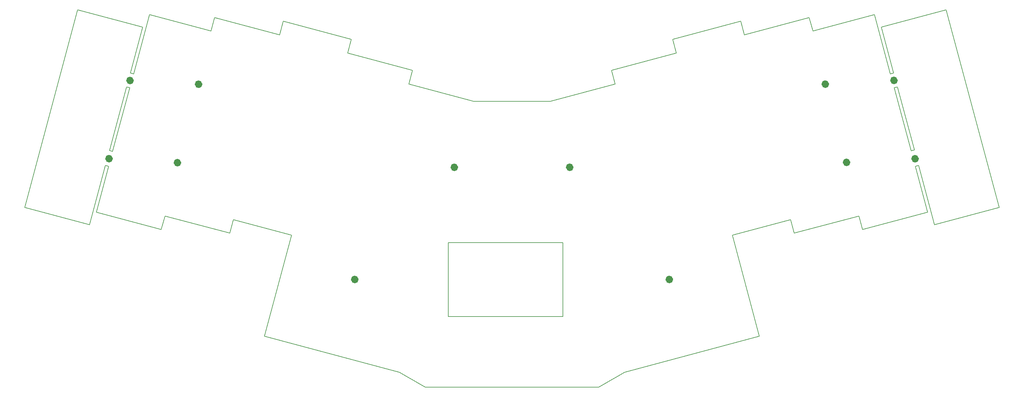
<source format=gm1>
G04 #@! TF.GenerationSoftware,KiCad,Pcbnew,(6.0.8-1)-1*
G04 #@! TF.CreationDate,2022-11-12T18:34:57-05:00*
G04 #@! TF.ProjectId,ergo3by6plus3nonSplit,6572676f-3362-4793-9670-6c7573336e6f,rev?*
G04 #@! TF.SameCoordinates,Original*
G04 #@! TF.FileFunction,Profile,NP*
%FSLAX46Y46*%
G04 Gerber Fmt 4.6, Leading zero omitted, Abs format (unit mm)*
G04 Created by KiCad (PCBNEW (6.0.8-1)-1) date 2022-11-12 18:34:57*
%MOMM*%
%LPD*%
G01*
G04 APERTURE LIST*
G04 #@! TA.AperFunction,Profile*
%ADD10C,0.200000*%
G04 #@! TD*
G04 #@! TA.AperFunction,Profile*
%ADD11C,1.075000*%
G04 #@! TD*
G04 APERTURE END LIST*
D10*
X27966122Y-114451724D02*
X9579570Y-109525040D01*
X40470000Y-71597259D02*
X39530098Y-71347816D01*
D11*
X53427500Y-96840000D02*
G75*
G03*
X53427500Y-96840000I-537500J0D01*
G01*
X59427500Y-74560000D02*
G75*
G03*
X59427500Y-74560000I-537500J0D01*
G01*
X243247500Y-96750000D02*
G75*
G03*
X243247500Y-96750000I-537500J0D01*
G01*
X237217500Y-74530000D02*
G75*
G03*
X237217500Y-74530000I-537500J0D01*
G01*
D10*
X129760000Y-119540000D02*
X162270000Y-119540000D01*
X162270000Y-119540000D02*
X162270000Y-140550000D01*
X162270000Y-140550000D02*
X129760000Y-140550000D01*
X129760000Y-140550000D02*
X129760000Y-119540000D01*
X123220000Y-160620000D02*
X141721098Y-160620000D01*
X172390000Y-160620000D02*
X179750688Y-156407248D01*
X256081562Y-71347817D02*
X255141660Y-71597260D01*
X261969851Y-93234411D02*
X261038926Y-93483853D01*
X256236861Y-75562403D01*
X257167786Y-75312960D01*
X261969851Y-93234411D01*
X262205867Y-97874399D02*
X263136793Y-97624958D01*
X255141660Y-71597260D02*
X250641892Y-54770492D01*
X263136793Y-97624958D02*
X267645538Y-114451725D01*
X265690591Y-110883599D02*
X262205867Y-97874399D01*
X256081562Y-71347817D02*
X252593816Y-58335253D01*
X44969768Y-54770491D02*
X40470000Y-71597259D01*
X43017844Y-58335253D02*
X39530098Y-71347816D01*
X39374799Y-75562402D02*
X34524135Y-93665223D01*
X33593210Y-93415780D01*
X38443874Y-75312960D01*
X39374799Y-75562402D01*
X33405792Y-97874399D02*
X29921069Y-110883599D01*
X32474867Y-97624957D02*
X33405792Y-97874399D01*
X27966122Y-114451724D02*
X32474867Y-97624957D01*
D11*
X164707500Y-98150000D02*
G75*
G03*
X164707500Y-98150000I-537500J0D01*
G01*
D10*
X102231669Y-61827411D02*
X101196393Y-65691115D01*
X118562003Y-74485321D02*
X136962890Y-79415824D01*
X48321956Y-115814102D02*
X29921069Y-110883599D01*
X158648770Y-79415824D02*
X136962890Y-79415824D01*
X176014381Y-70621617D02*
X194415267Y-65691115D01*
X247289704Y-115814102D02*
X265690591Y-110883599D01*
X227853541Y-116880901D02*
X226818265Y-113017198D01*
X77616144Y-146159577D02*
X85310727Y-117443004D01*
D11*
X256697500Y-73470000D02*
G75*
G03*
X256697500Y-73470000I-537500J0D01*
G01*
D10*
X48321956Y-115814102D02*
X49344938Y-111996280D01*
D11*
X262687500Y-95720000D02*
G75*
G03*
X262687500Y-95720000I-537500J0D01*
G01*
D10*
X82913152Y-56651030D02*
X102231669Y-61827411D01*
X24616957Y-53404750D02*
X43017844Y-58335253D01*
D11*
X39977500Y-73500000D02*
G75*
G03*
X39977500Y-73500000I-537500J0D01*
G01*
D10*
X250641892Y-54770492D02*
X233169947Y-59447934D01*
X232134671Y-55584231D02*
X233169947Y-59447934D01*
X119597279Y-70621617D02*
X118562003Y-74485321D01*
X217995516Y-146159577D02*
X179750688Y-156407248D01*
X49344938Y-111996280D02*
X67758119Y-116880901D01*
D11*
X34027500Y-95700000D02*
G75*
G03*
X34027500Y-95700000I-537500J0D01*
G01*
D10*
X176014381Y-70621617D02*
X177049657Y-74485321D01*
X286032090Y-109525040D02*
X270994703Y-53404750D01*
X212698508Y-56651030D02*
X193379991Y-61827411D01*
X67758119Y-116880901D02*
X68793395Y-113017198D01*
X232134671Y-55584231D02*
X213733784Y-60514734D01*
X119597279Y-70621617D02*
X101196393Y-65691115D01*
D11*
X192967500Y-130020000D02*
G75*
G03*
X192967500Y-130020000I-537500J0D01*
G01*
D10*
X63476989Y-55584231D02*
X81877876Y-60514734D01*
X9579570Y-109525040D02*
X24616957Y-53404750D01*
X267645538Y-114451725D02*
X286032090Y-109525040D01*
X141721098Y-160620000D02*
X172390000Y-160620000D01*
X217995516Y-146159577D02*
X210300933Y-117443004D01*
D11*
X103727500Y-130020000D02*
G75*
G03*
X103727500Y-130020000I-537500J0D01*
G01*
D10*
X247289704Y-115814102D02*
X246266722Y-111996280D01*
X82913152Y-56651030D02*
X81877876Y-60514734D01*
D11*
X131977500Y-98160000D02*
G75*
G03*
X131977500Y-98160000I-537500J0D01*
G01*
D10*
X212698508Y-56651030D02*
X213733784Y-60514734D01*
X115860972Y-156407248D02*
X123220000Y-160620000D01*
X210300933Y-117443004D02*
X226818265Y-113017198D01*
X193379991Y-61827411D02*
X194415267Y-65691115D01*
X270994703Y-53404750D02*
X252593816Y-58335253D01*
X77616144Y-146159577D02*
X115860972Y-156407248D01*
X44969768Y-54770491D02*
X62441713Y-59447934D01*
X246266722Y-111996280D02*
X227853541Y-116880901D01*
X85310727Y-117443004D02*
X68793395Y-113017198D01*
X63476989Y-55584231D02*
X62441713Y-59447934D01*
X177049657Y-74485321D02*
X158648770Y-79415824D01*
M02*

</source>
